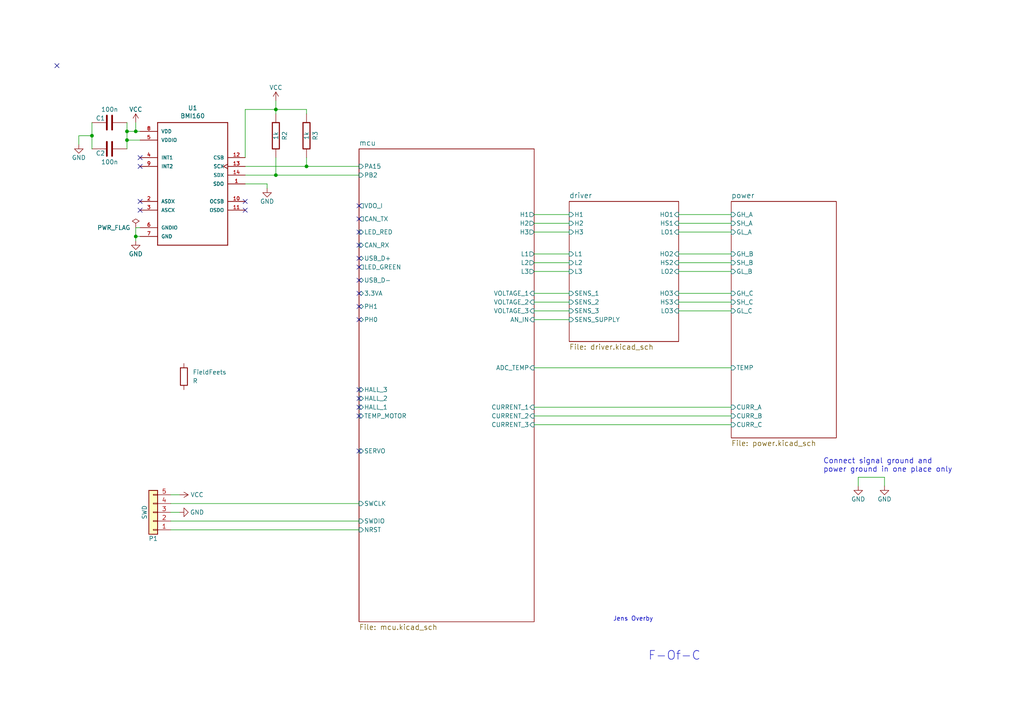
<source format=kicad_sch>
(kicad_sch (version 20211123) (generator eeschema)
  (paper "A4")
  (lib_symbols
    (symbol "BLDC_4-rescue:C-RESCUE-BLDC_4" (pin_numbers hide) (pin_names (offset 0.254))
      (property "Reference" "C" (at 0 2.54 0))
      (property "Value" "C-RESCUE-BLDC_4" (at 0.1524 -2.159 0))
      (symbol "C-RESCUE-BLDC_4_0_1"
        (polyline (pts (xy -2.032 -0.762) (xy 2.032 -0.762)) (stroke (width 0.508)))
        (polyline (pts (xy -2.032 0.762) (xy 2.032 0.762)) (stroke (width 0.508)))
      )
      (symbol "C-RESCUE-BLDC_4_1_1"
        (pin passive line (at 0 5.08 270) (length 4.318) (name "~") (number "1"))
        (pin passive line (at 0 -5.08 90) (length 4.318) (name "~") (number "2"))
      )
    )
    (symbol "BLDC_4-rescue:R-RESCUE-BLDC_4" (pin_numbers hide) (pin_names (offset 0))
      (property "Reference" "R" (at 2.032 0 90))
      (property "Value" "R-RESCUE-BLDC_4" (at 0.1778 0.0254 90))
      (symbol "R-RESCUE-BLDC_4_0_1"
        (rectangle (start -1.016 3.81) (end 1.016 -3.81) (stroke (width 0.3048)))
      )
      (symbol "R-RESCUE-BLDC_4_1_1"
        (pin passive line (at 0 6.35 270) (length 2.54) (name "~") (number "1"))
        (pin passive line (at 0 -6.35 90) (length 2.54) (name "~") (number "2"))
      )
    )
    (symbol "Cheap-FOCer-2-60mm-rescue:BMI160-IMU" (pin_names (offset 1.016))
      (property "Reference" "U" (at -10.16 18.415 0))
      (property "Value" "BMI160-IMU" (at -10.16 -20.32 0))
      (symbol "BMI160-IMU_0_0"
        (polyline (pts (xy -10.16 -17.78) (xy -10.16 17.78)) (stroke (width 0.254)))
        (polyline (pts (xy -10.16 17.78) (xy 10.16 17.78)) (stroke (width 0.254)))
        (polyline (pts (xy 10.16 -17.78) (xy -10.16 -17.78)) (stroke (width 0.254)))
        (polyline (pts (xy 10.16 17.78) (xy 10.16 -17.78)) (stroke (width 0.254)))
        (pin bidirectional line (at -15.24 0 0) (length 5.08) (name "SDO") (number "1"))
        (pin bidirectional line (at -15.24 -5.08 0) (length 5.08) (name "OCSB") (number "10"))
        (pin bidirectional line (at -15.24 -7.62 0) (length 5.08) (name "OSDO") (number "11"))
        (pin input line (at -15.24 7.62 0) (length 5.08) (name "CSB") (number "12"))
        (pin input clock (at -15.24 5.08 0) (length 5.08) (name "SCX") (number "13"))
        (pin bidirectional line (at -15.24 2.54 0) (length 5.08) (name "SDX") (number "14"))
        (pin bidirectional line (at 15.24 -5.08 180) (length 5.08) (name "ASDX") (number "2"))
        (pin output line (at 15.24 -7.62 180) (length 5.08) (name "ASCX") (number "3"))
        (pin bidirectional line (at 15.24 7.62 180) (length 5.08) (name "INT1") (number "4"))
        (pin power_in line (at 15.24 12.7 180) (length 5.08) (name "VDDIO") (number "5"))
        (pin power_in line (at 15.24 -12.7 180) (length 5.08) (name "GNDIO") (number "6"))
        (pin power_in line (at 15.24 -15.24 180) (length 5.08) (name "GND") (number "7"))
        (pin power_in line (at 15.24 15.24 180) (length 5.08) (name "VDD") (number "8"))
        (pin bidirectional line (at 15.24 5.08 180) (length 5.08) (name "INT2") (number "9"))
      )
    )
    (symbol "Connector_Generic:Conn_01x05" (pin_names (offset 1.016) hide)
      (property "Reference" "J" (at 0 7.62 0))
      (property "Value" "Conn_01x05" (at 0 -7.62 0))
      (symbol "Conn_01x05_1_1"
        (rectangle (start -1.27 -4.953) (end 0 -5.207) (stroke (width 0.1524)))
        (rectangle (start -1.27 -2.413) (end 0 -2.667) (stroke (width 0.1524)))
        (rectangle (start -1.27 0.127) (end 0 -0.127) (stroke (width 0.1524)))
        (rectangle (start -1.27 2.667) (end 0 2.413) (stroke (width 0.1524)))
        (rectangle (start -1.27 5.207) (end 0 4.953) (stroke (width 0.1524)))
        (rectangle (start -1.27 6.35) (end 1.27 -6.35) (stroke (width 0.254)) (fill (type background)))
        (pin passive line (at -5.08 5.08 0) (length 3.81) (name "Pin_1") (number "1"))
        (pin passive line (at -5.08 2.54 0) (length 3.81) (name "Pin_2") (number "2"))
        (pin passive line (at -5.08 0 0) (length 3.81) (name "Pin_3") (number "3"))
        (pin passive line (at -5.08 -2.54 0) (length 3.81) (name "Pin_4") (number "4"))
        (pin passive line (at -5.08 -5.08 0) (length 3.81) (name "Pin_5") (number "5"))
      )
    )
    (symbol "Device:R" (pin_numbers hide) (pin_names (offset 0))
      (property "Reference" "R" (at 2.032 0 90))
      (property "Value" "R" (at 0 0 90))
      (symbol "R_0_1"
        (rectangle (start -1.016 -2.54) (end 1.016 2.54) (stroke (width 0.254)))
      )
      (symbol "R_1_1"
        (pin passive line (at 0 3.81 270) (length 1.27) (name "~") (number "1"))
        (pin passive line (at 0 -3.81 90) (length 1.27) (name "~") (number "2"))
      )
    )
    (symbol "power:GND" (power) (pin_names (offset 0))
      (property "Value" "GND" (at 0 -3.81 0))
      (symbol "GND_0_1"
        (polyline (pts (xy 0 0) (xy 0 -1.27) (xy 1.27 -1.27) (xy 0 -2.54) (xy -1.27 -1.27) (xy 0 -1.27)))
      )
      (symbol "GND_1_1"
        (pin power_in line (at 0 0 270) (length 0) hide (name "GND") (number "1"))
      )
    )
    (symbol "power:PWR_FLAG" (power) (pin_numbers hide) (pin_names (offset 0) hide)
      (property "Value" "PWR_FLAG" (at 0 3.81 0))
      (symbol "PWR_FLAG_0_0"
        (pin power_out line (at 0 0 90) (length 0) (name "pwr") (number "1"))
      )
      (symbol "PWR_FLAG_0_1"
        (polyline (pts (xy 0 0) (xy 0 1.27) (xy -1.016 1.905) (xy 0 2.54) (xy 1.016 1.905) (xy 0 1.27)))
      )
    )
    (symbol "power:VCC" (power) (pin_names (offset 0))
      (property "Value" "VCC" (at 0 3.81 0))
      (symbol "VCC_0_1"
        (polyline (pts (xy -0.762 1.27) (xy 0 2.54)))
        (polyline (pts (xy 0 0) (xy 0 2.54)))
        (polyline (pts (xy 0 2.54) (xy 0.762 1.27)))
      )
      (symbol "VCC_1_1"
        (pin power_in line (at 0 0 90) (length 0) hide (name "VCC") (number "1"))
      )
    )
  )
  (junction (at 39.37 68.58))
  (junction (at 88.9 48.26))
  (junction (at 36.83 40.64))
  (junction (at 39.37 38.1))
  (junction (at 36.83 38.1))
  (junction (at 26.67 39.37))
  (junction (at 80.01 50.8))
  (junction (at 80.01 31.75))
  (no_connect (at 16.51 19.05))
  (no_connect (at 40.64 45.72))
  (no_connect (at 40.64 60.96))
  (no_connect (at 104.14 120.65))
  (no_connect (at 40.64 48.26))
  (no_connect (at 104.14 130.81))
  (no_connect (at 104.14 115.57))
  (no_connect (at 104.14 118.11))
  (no_connect (at 104.14 113.03))
  (no_connect (at 71.12 60.96))
  (no_connect (at 104.14 59.69))
  (no_connect (at 104.14 81.28))
  (no_connect (at 104.14 74.93))
  (no_connect (at 104.14 77.47))
  (no_connect (at 104.14 92.71))
  (no_connect (at 104.14 85.09))
  (no_connect (at 104.14 88.9))
  (no_connect (at 104.14 71.12))
  (no_connect (at 104.14 67.31))
  (no_connect (at 104.14 63.5))
  (no_connect (at 71.12 58.42))
  (no_connect (at 40.64 58.42))
  (wire (pts (xy 71.12 48.26) (xy 88.9 48.26)))
  (wire (pts (xy 165.1 62.23) (xy 154.94 62.23)))
  (wire (pts (xy 40.64 66.04) (xy 39.37 66.04)))
  (wire (pts (xy 36.83 35.56) (xy 36.83 38.1)))
  (wire (pts (xy 80.01 45.72) (xy 80.01 50.8)))
  (wire (pts (xy 196.85 90.17) (xy 212.09 90.17)))
  (wire (pts (xy 49.53 146.05) (xy 104.14 146.05)))
  (wire (pts (xy 71.12 31.75) (xy 71.12 45.72)))
  (wire (pts (xy 80.01 50.8) (xy 104.14 50.8)))
  (wire (pts (xy 71.12 53.34) (xy 77.47 53.34)))
  (wire (pts (xy 36.83 40.64) (xy 36.83 43.18)))
  (wire (pts (xy 80.01 31.75) (xy 80.01 29.21)))
  (wire (pts (xy 154.94 123.19) (xy 212.09 123.19)))
  (wire (pts (xy 165.1 64.77) (xy 154.94 64.77)))
  (wire (pts (xy 212.09 87.63) (xy 196.85 87.63)))
  (wire (pts (xy 80.01 33.02) (xy 80.01 31.75)))
  (wire (pts (xy 80.01 50.8) (xy 71.12 50.8)))
  (wire (pts (xy 22.86 39.37) (xy 22.86 41.91)))
  (wire (pts (xy 88.9 48.26) (xy 88.9 45.72)))
  (wire (pts (xy 80.01 31.75) (xy 71.12 31.75)))
  (wire (pts (xy 49.53 148.59) (xy 52.07 148.59)))
  (wire (pts (xy 154.94 120.65) (xy 212.09 120.65)))
  (wire (pts (xy 154.94 78.74) (xy 165.1 78.74)))
  (wire (pts (xy 154.94 92.71) (xy 165.1 92.71)))
  (wire (pts (xy 49.53 143.51) (xy 52.07 143.51)))
  (wire (pts (xy 88.9 33.02) (xy 88.9 31.75)))
  (wire (pts (xy 165.1 90.17) (xy 154.94 90.17)))
  (wire (pts (xy 248.92 138.43) (xy 248.92 140.97)))
  (wire (pts (xy 212.09 73.66) (xy 196.85 73.66)))
  (wire (pts (xy 39.37 35.56) (xy 39.37 38.1)))
  (wire (pts (xy 39.37 68.58) (xy 40.64 68.58)))
  (wire (pts (xy 26.67 39.37) (xy 26.67 43.18)))
  (wire (pts (xy 40.64 38.1) (xy 39.37 38.1)))
  (wire (pts (xy 154.94 76.2) (xy 165.1 76.2)))
  (wire (pts (xy 49.53 151.13) (xy 104.14 151.13)))
  (wire (pts (xy 196.85 67.31) (xy 212.09 67.31)))
  (wire (pts (xy 39.37 38.1) (xy 36.83 38.1)))
  (wire (pts (xy 36.83 38.1) (xy 36.83 40.64)))
  (wire (pts (xy 212.09 64.77) (xy 196.85 64.77)))
  (wire (pts (xy 154.94 118.11) (xy 212.09 118.11)))
  (wire (pts (xy 212.09 78.74) (xy 196.85 78.74)))
  (wire (pts (xy 26.67 39.37) (xy 22.86 39.37)))
  (wire (pts (xy 154.94 106.68) (xy 212.09 106.68)))
  (wire (pts (xy 39.37 66.04) (xy 39.37 68.58)))
  (wire (pts (xy 49.53 153.67) (xy 104.14 153.67)))
  (wire (pts (xy 196.85 85.09) (xy 212.09 85.09)))
  (wire (pts (xy 256.54 138.43) (xy 256.54 140.97)))
  (wire (pts (xy 154.94 73.66) (xy 165.1 73.66)))
  (wire (pts (xy 165.1 67.31) (xy 154.94 67.31)))
  (wire (pts (xy 196.85 62.23) (xy 212.09 62.23)))
  (wire (pts (xy 88.9 31.75) (xy 80.01 31.75)))
  (wire (pts (xy 88.9 48.26) (xy 104.14 48.26)))
  (wire (pts (xy 40.64 40.64) (xy 36.83 40.64)))
  (wire (pts (xy 248.92 138.43) (xy 256.54 138.43)))
  (wire (pts (xy 196.85 76.2) (xy 212.09 76.2)))
  (wire (pts (xy 154.94 87.63) (xy 165.1 87.63)))
  (wire (pts (xy 39.37 68.58) (xy 39.37 69.85)))
  (wire (pts (xy 26.67 35.56) (xy 26.67 39.37)))
  (wire (pts (xy 77.47 53.34) (xy 77.47 54.61)))
  (wire (pts (xy 165.1 85.09) (xy 154.94 85.09)))
  (text "Connect signal ground and\npower ground in one place only" (at 238.76 137.16 0) (effects (font (size 1.524 1.524)) (justify left bottom)))
  (text "F-Of-C" (at 187.96 191.77 0) (effects (font (size 2.54 2.54)) (justify left bottom)))
  (text "Jens Overby" (at 177.8 180.34 0) (effects (font (size 1.27 1.27)) (justify left bottom)))
  (symbol (lib_id "power:VCC") (at 39.37 35.56 0) (mirror y) (unit 1)
    (property "Reference" "#PWR02" (effects hide))
    (property "Value" "VCC" (at 39.37 31.75 0))
  )
  (symbol (lib_id "power:PWR_FLAG") (at 39.37 66.04 0) (unit 1)
    (property "Reference" "#FLG01" (effects hide))
    (property "Value" "PWR_FLAG" (at 33.02 66.04 0))
  )
  (symbol (lib_id "BLDC_4-rescue:C-RESCUE-BLDC_4") (at 31.75 35.56 90) (mirror x) (unit 1)
    (property "Reference" "C1" (at 30.48 34.29 90) (effects (justify left)))
    (property "Value" "100n" (at 34.29 31.75 90) (effects (justify left)))
    (property "Footprint" "Capacitor_SMD:C_0402_1005Metric" (effects hide))
    (property "LCSC" "C1525" (effects hide))
  )
  (symbol (lib_id "power:GND") (at 39.37 69.85 0) (mirror y) (unit 1)
    (property "Reference" "#PWR03" (effects hide))
    (property "Value" "GND" (at 39.37 73.66 0))
  )
  (symbol (lib_id "power:GND") (at 256.54 140.97 0) (unit 1)
    (property "Reference" "#PWR09" (effects hide))
    (property "Value" "GND" (at 256.54 144.78 0))
  )
  (symbol (lib_id "BLDC_4-rescue:C-RESCUE-BLDC_4") (at 31.75 43.18 90) (mirror x) (unit 1)
    (property "Reference" "C2" (at 30.48 44.45 90) (effects (justify left)))
    (property "Value" "100n" (at 34.29 46.99 90) (effects (justify left)))
    (property "Footprint" "Capacitor_SMD:C_0402_1005Metric" (effects hide))
    (property "LCSC" "C1525" (effects hide))
  )
  (symbol (lib_id "BLDC_4-rescue:R-RESCUE-BLDC_4") (at 80.01 39.37 0) (mirror x) (unit 1)
    (property "Reference" "R2" (at 82.55 39.37 90))
    (property "Value" "1k" (at 80.01 39.37 90))
    (property "Footprint" "Resistor_SMD:R_0402_1005Metric" (effects hide))
    (property "LCSC" "C11702" (effects hide))
  )
  (symbol (lib_id "Cheap-FOCer-2-60mm-rescue:BMI160-IMU") (at 55.88 53.34 0) (mirror y) (unit 1)
    (property "Reference" "U1" (at 55.88 31.3182 0))
    (property "Value" "BMI160" (at 55.88 33.6296 0))
    (property "Footprint" "Package_LGA:Bosch_LGA-14_3x2.5mm_P0.5mm" (effects hide))
    (property "Field4" "Bosch" (effects hide))
    (property "Field5" "Unavailable" (effects hide))
    (property "Field6" "LGA-14 Bosch" (effects hide))
    (property "Field7" "None" (effects hide))
    (property "Field8" "BMI160" (effects hide))
    (property "LCSC" "C94021" (effects hide))
  )
  (symbol (lib_id "Device:R") (at 53.34 109.22 0) (unit 1)
    (property "Reference" "FieldFeets" (at 55.88 107.9499 0) (effects (justify left)))
    (property "Value" "R" (at 55.88 110.4899 0) (effects (justify left)))
    (property "Footprint" "Custom:field" (effects hide))
  )
  (symbol (lib_id "power:GND") (at 52.07 148.59 90) (unit 1)
    (property "Reference" "#PWR05" (effects hide))
    (property "Value" "GND" (at 57.15 148.59 90))
  )
  (symbol (lib_id "power:GND") (at 22.86 41.91 0) (mirror y) (unit 1)
    (property "Reference" "#PWR01" (effects hide))
    (property "Value" "GND" (at 22.86 45.72 0))
  )
  (symbol (lib_id "power:VCC") (at 52.07 143.51 270) (unit 1)
    (property "Reference" "#PWR04" (effects hide))
    (property "Value" "VCC" (at 57.15 143.51 90))
  )
  (symbol (lib_id "BLDC_4-rescue:R-RESCUE-BLDC_4") (at 88.9 39.37 0) (mirror y) (unit 1)
    (property "Reference" "R3" (at 91.44 39.37 90))
    (property "Value" "1k" (at 88.9 39.37 90))
    (property "Footprint" "Resistor_SMD:R_0402_1005Metric" (effects hide))
    (property "LCSC" "C11702" (effects hide))
  )
  (symbol (lib_id "power:GND") (at 77.47 54.61 0) (mirror y) (unit 1)
    (property "Reference" "#PWR06" (effects hide))
    (property "Value" "GND" (at 77.47 58.42 0))
  )
  (symbol (lib_id "power:VCC") (at 80.01 29.21 0) (mirror y) (unit 1)
    (property "Reference" "#PWR07" (effects hide))
    (property "Value" "VCC" (at 80.01 25.4 0))
  )
  (symbol (lib_id "power:GND") (at 248.92 140.97 0) (unit 1)
    (property "Reference" "#PWR08" (effects hide))
    (property "Value" "GND" (at 248.92 144.78 0))
  )
  (symbol (lib_id "Connector_Generic:Conn_01x05") (at 44.45 148.59 180) (unit 1)
    (property "Reference" "P1" (at 44.45 156.21 0))
    (property "Value" "SWD" (at 41.91 148.59 90))
    (property "Footprint" "Connector_PinHeader_2.54mm:PinHeader_1x05_P2.54mm_Vertical" (effects hide))
  )
  (sheet (at 104.14 43.18) (size 50.8 137.16)
    (property "Sheet name" "mcu" (at 104.14 42.3414 0) (effects (font (size 1.524 1.524)) (justify left bottom)))
    (property "Sheet file" "mcu.kicad_sch" (at 104.14 181.0262 0) (effects (font (size 1.524 1.524)) (justify left top)))
    (pin "HALL_1" input (at 104.14 118.11 180))
    (pin "HALL_2" input (at 104.14 115.57 180))
    (pin "HALL_3" input (at 104.14 113.03 180))
    (pin "TEMP_MOTOR" input (at 104.14 120.65 180))
    (pin "L3" output (at 154.94 78.74 0))
    (pin "L2" output (at 154.94 76.2 0))
    (pin "L1" output (at 154.94 73.66 0))
    (pin "AN_IN" input (at 154.94 92.71 0))
    (pin "H3" output (at 154.94 67.31 0))
    (pin "H2" output (at 154.94 64.77 0))
    (pin "H1" output (at 154.94 62.23 0))
    (pin "VOLTAGE_3" input (at 154.94 90.17 0))
    (pin "VOLTAGE_2" input (at 154.94 87.63 0))
    (pin "VOLTAGE_1" input (at 154.94 85.09 0))
    (pin "SERVO" input (at 104.14 130.81 180))
    (pin "SWCLK" input (at 104.14 146.05 180))
    (pin "SWDIO" input (at 104.14 151.13 180))
    (pin "NRST" input (at 104.14 153.67 180))
    (pin "ADC_TEMP" input (at 154.94 106.68 0))
    (pin "CURRENT_1" input (at 154.94 118.11 0))
    (pin "CURRENT_2" input (at 154.94 120.65 0))
    (pin "CURRENT_3" input (at 154.94 123.19 0))
    (pin "PA15" input (at 104.14 48.26 180))
    (pin "PB2" input (at 104.14 50.8 180))
    (pin "CAN_TX" output (at 104.14 63.5 180))
    (pin "LED_RED" input (at 104.14 67.31 180))
    (pin "CAN_RX" input (at 104.14 71.12 180))
    (pin "USB_D+" bidirectional (at 104.14 74.93 180))
    (pin "LED_GREEN" output (at 104.14 77.47 180))
    (pin "USB_D-" bidirectional (at 104.14 81.28 180))
    (pin "3.3VA" bidirectional (at 104.14 85.09 180))
    (pin "PH1" bidirectional (at 104.14 88.9 180))
    (pin "PH0" bidirectional (at 104.14 92.71 180))
    (pin "VDO_I" output (at 104.14 59.69 180))
  )
  (sheet (at 165.1 58.42) (size 31.75 40.64)
    (property "Sheet name" "driver" (at 165.1 57.5814 0) (effects (font (size 1.524 1.524)) (justify left bottom)))
    (property "Sheet file" "driver.kicad_sch" (at 165.1 99.7462 0) (effects (font (size 1.524 1.524)) (justify left top)))
    (pin "SENS_SUPPLY" input (at 165.1 92.71 180))
    (pin "H1" input (at 165.1 62.23 180))
    (pin "L1" input (at 165.1 73.66 180))
    (pin "H2" input (at 165.1 64.77 180))
    (pin "L2" input (at 165.1 76.2 180))
    (pin "H3" input (at 165.1 67.31 180))
    (pin "L3" input (at 165.1 78.74 180))
    (pin "SENS_1" input (at 165.1 85.09 180))
    (pin "SENS_2" input (at 165.1 87.63 180))
    (pin "SENS_3" input (at 165.1 90.17 180))
    (pin "HO1" input (at 196.85 62.23 0))
    (pin "HS1" input (at 196.85 64.77 0))
    (pin "LO1" input (at 196.85 67.31 0))
    (pin "HO2" input (at 196.85 73.66 0))
    (pin "HS2" input (at 196.85 76.2 0))
    (pin "LO2" input (at 196.85 78.74 0))
    (pin "HO3" input (at 196.85 85.09 0))
    (pin "HS3" input (at 196.85 87.63 0))
    (pin "LO3" input (at 196.85 90.17 0))
  )
  (sheet (at 212.09 58.42) (size 30.48 68.58)
    (property "Sheet name" "power" (at 212.09 57.5814 0) (effects (font (size 1.524 1.524)) (justify left bottom)))
    (property "Sheet file" "power.kicad_sch" (at 212.09 127.6862 0) (effects (font (size 1.524 1.524)) (justify left top)))
    (pin "GH_A" input (at 212.09 62.23 180))
    (pin "SH_A" input (at 212.09 64.77 180))
    (pin "GH_C" input (at 212.09 85.09 180))
    (pin "GL_A" input (at 212.09 67.31 180))
    (pin "GH_B" input (at 212.09 73.66 180))
    (pin "SH_C" input (at 212.09 87.63 180))
    (pin "TEMP" input (at 212.09 106.68 180))
    (pin "GL_C" input (at 212.09 90.17 180))
    (pin "SH_B" input (at 212.09 76.2 180))
    (pin "GL_B" input (at 212.09 78.74 180))
    (pin "CURR_C" input (at 212.09 123.19 180))
    (pin "CURR_A" input (at 212.09 118.11 180))
    (pin "CURR_B" input (at 212.09 120.65 180))
  )
)
</source>
